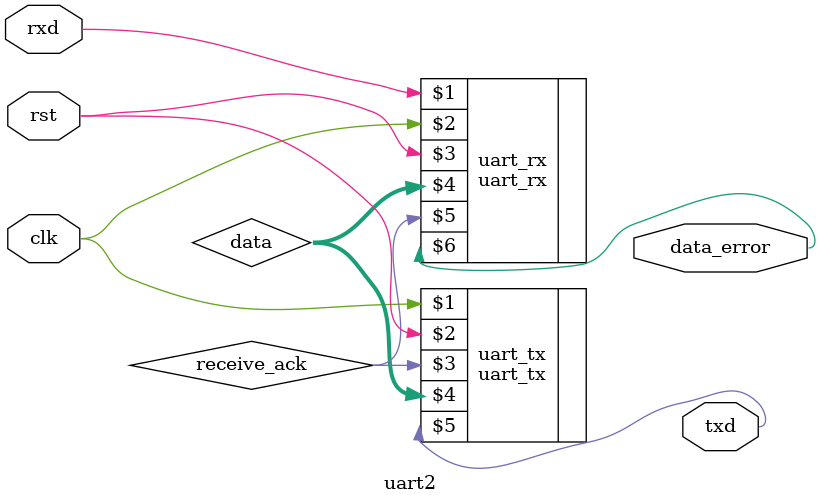
<source format=v>
module uart2(
	input clk,
	input rst,
	input rxd,
	output data_error,
	output txd
);

wire [7:0] data;
wire receive_ack;

uart_tx uart_tx(
	clk, rst, receive_ack, data, txd
);

uart_rx uart_rx(
	rxd, clk, rst, data, receive_ack, data_error
);

endmodule

</source>
